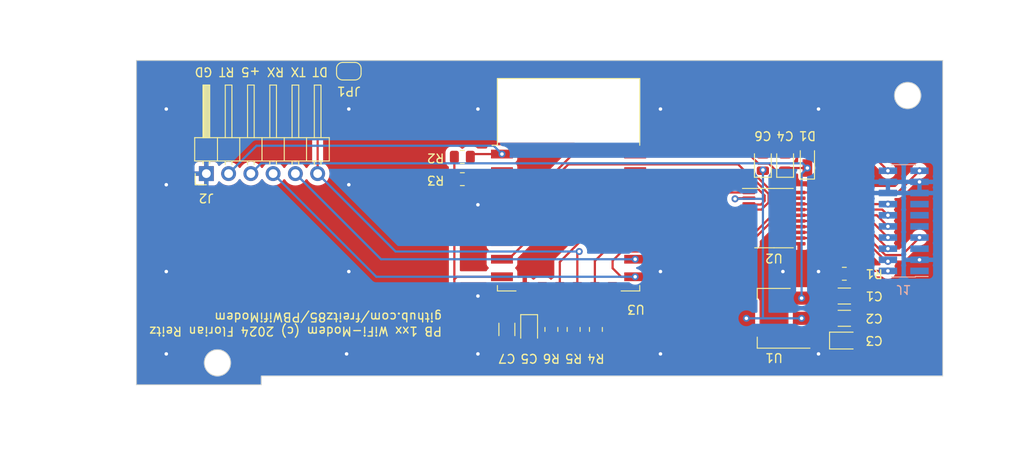
<source format=kicad_pcb>
(kicad_pcb (version 20221018) (generator pcbnew)
  (layers (0 "F.Cu" signal) (31 "B.Cu" signal) (34 "B.Paste" user) (35 "F.Paste" user) (36 "B.SilkS" user "B.Silkscreen") (37 "F.SilkS" user "F.Silkscreen") (38 "B.Mask" user) (39 "F.Mask" user) (44 "Edge.Cuts" user))
  (net 0 "")
  (net 1 "+5V")
  (net 2 "GND")
  (net 3 "+3.3V")
  (net 4 "MODEM.5V")
  (net 5 "MODEM.N5")
  (net 6 "MODEM.PWR")
  (net 7 "~{MODEM.BUSY}")
  (net 8 "US5V")
  (net 9 "RxD")
  (net 10 "~{RI.DETECT}")
  (net 11 "TxD")
  (net 12 "MODEM.SOUND")
  (net 13 "~{DTR}")
  (net 14 "MS.ENABLE")
  (net 15 "~{RTS}")
  (net 16 "RESET")
  (net 17 "~{CTS}")
  (net 18 "~{DCD}")
  (net 19 "~{RTS_PGM}")
  (net 20 "RxD_PGM")
  (net 21 "RxD_E")
  (net 22 "~{DTR_PGM}")
  (net 23 "Net-(U3-CH_PD)")
  (net 24 "OE")
  (net 25 "Net-(U3-GPIO15)")
  (net 26 "~{MODEM.BUSY_E}")
  (net 27 "~{RI.DETECT_E}")
  (net 28 "~{DCD_E}")
  (net 29 "~{CTS_E}")
  (net 30 "~{RTS_E}")
  (net 31 "~{DTR_E}")
  (footprint "Diode_SMD:D_0805_2012Metric" (layer "F.Cu") (at 162.23 102.145 90)
    (fp_text reference "C6" (at 3.053 0 180 unlocked) (layer "F.SilkS"))
    (fp_text value "100n")
    (fp_line (start -1.685 -0.96) (end -1.685 0.96) (stroke (width 0.12)) (layer "F.SilkS"))
    (fp_line (start -1.685 0.96) (end 1 0.96) (stroke (width 0.12)) (layer "F.SilkS"))
    (fp_line (start 1 -0.96) (end -1.685 -0.96) (stroke (width 0.12)) (layer "F.SilkS"))
    (pad "1" smd roundrect (at -0.9375 0 90) (size 0.975 1.4) (layers "F.Cu" "F.Paste" "F.Mask") (net 3 "+3.3V"))
    (pad "2" smd roundrect (at 0.9375 0 90) (size 0.975 1.4) (layers "F.Cu" "F.Paste" "F.Mask") (net 2 "GND"))
  )
  (footprint "Resistor_SMD:R_0805_2012Metric" (layer "F.Cu") (at 171.5245 114.84)
    (fp_text reference "R1" (at 3.4055 0 180 unlocked) (layer "F.SilkS"))
    (fp_text value "10k")
    (fp_line (start -0.227064 -0.735) (end 0.227064 -0.735) (stroke (width 0.12)) (layer "F.SilkS"))
    (fp_line (start -0.227064 0.735) (end 0.227064 0.735) (stroke (width 0.12)) (layer "F.SilkS"))
    (pad "1" smd roundrect (at -0.9125 0) (size 1.025 1.4) (layers "F.Cu" "F.Paste" "F.Mask") (roundrect_rratio 0.243902) (net 1 "+5V"))
    (pad "2" smd roundrect (at 0.9125 0) (size 1.025 1.4) (layers "F.Cu" "F.Paste" "F.Mask") (roundrect_rratio 0.243902) (net 6 "MODEM.PWR"))
  )
  (footprint "Resistor_SMD:R_0805_2012Metric" (layer "F.Cu") (at 143.18 121.19 90)
    (fp_text reference "R4" (at -3.302 0 180 unlocked) (layer "F.SilkS"))
    (fp_text value "100k")
    (fp_line (start -0.227064 -0.735) (end 0.227064 -0.735) (stroke (width 0.12)) (layer "F.SilkS"))
    (fp_line (start -0.227064 0.735) (end 0.227064 0.735) (stroke (width 0.12)) (layer "F.SilkS"))
    (pad "1" smd roundrect (at -0.9125 0 90) (size 1.025 1.4) (layers "F.Cu" "F.Paste" "F.Mask") (roundrect_rratio 0.243902) (net 2 "GND"))
    (pad "2" smd roundrect (at 0.9125 0 90) (size 1.025 1.4) (layers "F.Cu" "F.Paste" "F.Mask") (roundrect_rratio 0.243902) (net 24 "OE"))
  )
  (footprint "Resistor_SMD:R_0805_2012Metric" (layer "F.Cu") (at 138.1 121.19 -90)
    (fp_text reference "R6" (at 3.302 0 180 unlocked) (layer "F.SilkS"))
    (fp_text value "10k")
    (fp_line (start -0.227064 -0.735) (end 0.227064 -0.735) (stroke (width 0.12)) (layer "F.SilkS"))
    (fp_line (start -0.227064 0.735) (end 0.227064 0.735) (stroke (width 0.12)) (layer "F.SilkS"))
    (pad "1" smd roundrect (at -0.9125 0 270) (size 1.025 1.4) (layers "F.Cu" "F.Paste" "F.Mask") (roundrect_rratio 0.243902) (net 25 "Net-(U3-GPIO15)"))
    (pad "2" smd roundrect (at 0.9125 0 270) (size 1.025 1.4) (layers "F.Cu" "F.Paste" "F.Mask") (roundrect_rratio 0.243902) (net 2 "GND"))
  )
  (footprint "Diode_SMD:D_MicroSMP_AK" (layer "F.Cu") (at 167.31 101.895 90)
    (fp_text reference "D1" (at 2.803 0 180 unlocked) (layer "F.SilkS"))
    (fp_text value "SS1P3L" hide)
    (fp_line (start -2.14 -0.81) (end -2.14 0.81) (stroke (width 0.12)) (layer "F.SilkS"))
    (fp_line (start -2.14 -0.81) (end 1.1 -0.81) (stroke (width 0.12)) (layer "F.SilkS"))
    (fp_line (start -2.14 0.81) (end 1.1 0.81) (stroke (width 0.12)) (layer "F.SilkS"))
    (pad "1" smd rect (at -0.88 0 90) (size 2 1.1) (layers "F.Cu" "F.Paste" "F.Mask") (net 1 "+5V"))
    (pad "2" smd rect (at 1.02 0 90) (size 0.8 0.8) (layers "F.Cu" "F.Paste" "F.Mask") (net 4 "MODEM.5V"))
  )
  (footprint "Capacitor_SMD:C_1206_3216Metric" (layer "F.Cu") (at 171.5245 119.92)
    (fp_text reference "C2" (at 3.4055 0 180 unlocked) (layer "F.SilkS"))
    (fp_text value "10u")
    (fp_line (start -0.711252 -0.91) (end 0.711252 -0.91) (stroke (width 0.12)) (layer "F.SilkS"))
    (fp_line (start -0.711252 0.91) (end 0.711252 0.91) (stroke (width 0.12)) (layer "F.SilkS"))
    (pad "1" smd roundrect (at -1.475 0) (size 1.15 1.8) (layers "F.Cu" "F.Paste" "F.Mask") (roundrect_rratio 0.217391) (net 3 "+3.3V"))
    (pad "2" smd roundrect (at 1.475 0) (size 1.15 1.8) (layers "F.Cu" "F.Paste" "F.Mask") (roundrect_rratio 0.217391) (net 2 "GND"))
  )
  (footprint "Connector_PinHeader_2.54mm:PinHeader_1x06_P2.54mm_Horizontal" (layer "F.Cu") (at 98.73 103.41 90)
    (fp_text reference "J2" (at -2.794 0 180 unlocked) (layer "F.SilkS"))
    (fp_text value "Conn_01x06_Pin")
    (fp_line (start -1.27 -1.27) (end 0 -1.27) (stroke (width 0.12)) (layer "F.SilkS"))
    (fp_line (start -1.27 0) (end -1.27 -1.27) (stroke (width 0.12)) (layer "F.SilkS"))
    (fp_line (start 1.042929 2.16) (end 1.44 2.16) (stroke (width 0.12)) (layer "F.SilkS"))
    (fp_line (start 1.042929 2.92) (end 1.44 2.92) (stroke (width 0.12)) (layer "F.SilkS"))
    (fp_line (start 1.042929 4.7) (end 1.44 4.7) (stroke (width 0.12)) (layer "F.SilkS"))
    (fp_line (start 1.042929 5.46) (end 1.44 5.46) (stroke (width 0.12)) (layer "F.SilkS"))
    (fp_line (start 1.042929 7.24) (end 1.44 7.24) (stroke (width 0.12)) (layer "F.SilkS"))
    (fp_line (start 1.042929 8) (end 1.44 8) (stroke (width 0.12)) (layer "F.SilkS"))
    (fp_line (start 1.042929 9.78) (end 1.44 9.78) (stroke (width 0.12)) (layer "F.SilkS"))
    (fp_line (start 1.042929 10.54) (end 1.44 10.54) (stroke (width 0.12)) (layer "F.SilkS"))
    (fp_line (start 1.042929 12.32) (end 1.44 12.32) (stroke (width 0.12)) (layer "F.SilkS"))
    (fp_line (start 1.042929 13.08) (end 1.44 13.08) (stroke (width 0.12)) (layer "F.SilkS"))
    (fp_line (start 1.11 -0.38) (end 1.44 -0.38) (stroke (width 0.12)) (layer "F.SilkS"))
    (fp_line (start 1.11 0.38) (end 1.44 0.38) (stroke (width 0.12)) (layer "F.SilkS"))
    (fp_line (start 1.44 -1.33) (end 1.44 14.03) (stroke (width 0.12)) (layer "F.SilkS"))
    (fp_line (start 1.44 1.27) (end 4.1 1.27) (stroke (width 0.12)) (layer "F.SilkS"))
    (fp_line (start 1.44 3.81) (end 4.1 3.81) (stroke (width 0.12)) (layer "F.SilkS"))
    (fp_line (start 1.44 6.35) (end 4.1 6.35) (stroke (width 0.12)) (layer "F.SilkS"))
    (fp_line (start 1.44 8.89) (end 4.1 8.89) (stroke (width 0.12)) (layer "F.SilkS"))
    (fp_line (start 1.44 11.43) (end 4.1 11.43) (stroke (width 0.12)) (layer "F.SilkS"))
    (fp_line (start 1.44 14.03) (end 4.1 14.03) (stroke (width 0.12)) (layer "F.SilkS"))
    (fp_line (start 4.1 -1.33) (end 1.44 -1.33) (stroke (width 0.12)) (layer "F.SilkS"))
    (fp_line (start 4.1 -0.38) (end 10.1 -0.38) (stroke (width 0.12)) (layer "F.SilkS"))
    (fp_line (start 4.1 -0.32) (end 10.1 -0.32) (stroke (width 0.12)) (layer "F.SilkS"))
    (fp_line (start 4.1 -0.2) (end 10.1 -0.2) (stroke (width 0.12)) (layer "F.SilkS"))
    (fp_line (start 4.1 -0.08) (end 10.1 -0.08) (stroke (width 0.12)) (layer "F.SilkS"))
    (fp_line (start 4.1 0.04) (end 10.1 0.04) (stroke (width 0.12)) (layer "F.SilkS"))
    (fp_line (start 4.1 0.16) (end 10.1 0.16) (stroke (width 0.12)) (layer "F.SilkS"))
    (fp_line (start 4.1 0.28) (end 10.1 0.28) (stroke (width 0.12)) (layer "F.SilkS"))
    (fp_line (start 4.1 2.16) (end 10.1 2.16) (stroke (width 0.12)) (layer "F.SilkS"))
    (fp_line (start 4.1 4.7) (end 10.1 4.7) (stroke (width 0.12)) (layer "F.SilkS"))
    (fp_line (start 4.1 7.24) (end 10.1 7.24) (stroke (width 0.12)) (layer "F.SilkS"))
    (fp_line (start 4.1 9.78) (end 10.1 9.78) (stroke (width 0.12)) (layer "F.SilkS"))
    (fp_line (start 4.1 12.32) (end 10.1 12.32) (stroke (width 0.12)) (layer "F.SilkS"))
    (fp_line (start 4.1 14.03) (end 4.1 -1.33) (stroke (width 0.12)) (layer "F.SilkS"))
    (fp_line (start 10.1 -0.38) (end 10.1 0.38) (stroke (width 0.12)) (layer "F.SilkS"))
    (fp_line (start 10.1 0.38) (end 4.1 0.38) (stroke (width 0.12)) (layer "F.SilkS"))
    (fp_line (start 10.1 2.16) (end 10.1 2.92) (stroke (width 0.12)) (layer "F.SilkS"))
    (fp_line (start 10.1 2.92) (end 4.1 2.92) (stroke (width 0.12)) (layer "F.SilkS"))
    (fp_line (start 10.1 4.7) (end 10.1 5.46) (stroke (width 0.12)) (layer "F.SilkS"))
    (fp_line (start 10.1 5.46) (end 4.1 5.46) (stroke (width 0.12)) (layer "F.SilkS"))
    (fp_line (start 10.1 7.24) (end 10.1 8) (stroke (width 0.12)) (layer "F.SilkS"))
    (fp_line (start 10.1 8) (end 4.1 8) (stroke (width 0.12)) (layer "F.SilkS"))
    (fp_line (start 10.1 9.78) (end 10.1 10.54) (stroke (width 0.12)) (layer "F.SilkS"))
    (fp_line (start 10.1 10.54) (end 4.1 10.54) (stroke (width 0.12)) (layer "F.SilkS"))
    (fp_line (start 10.1 12.32) (end 10.1 13.08) (stroke (width 0.12)) (layer "F.SilkS"))
    (fp_line (start 10.1 13.08) (end 4.1 13.08) (stroke (width 0.12)) (layer "F.SilkS"))
    (pad "1" thru_hole rect (at 0 0 90) (size 1.7 1.7) (drill 1) (layers "*.Cu" "*.Mask") (net 2 "GND"))
    (pad "2" thru_hole oval (at 0 2.54 90) (size 1.7 1.7) (drill 1) (layers "*.Cu" "*.Mask") (net 19 "~{RTS_PGM}"))
    (pad "3" thru_hole oval (at 0 5.08 90) (size 1.7 1.7) (drill 1) (layers "*.Cu" "*.Mask") (net 1 "+5V"))
    (pad "4" thru_hole oval (at 0 7.62 90) (size 1.7 1.7) (drill 1) (layers "*.Cu" "*.Mask") (net 20 "RxD_PGM"))
    (pad "5" thru_hole oval (at 0 10.16 90) (size 1.7 1.7) (drill 1) (layers "*.Cu" "*.Mask") (net 21 "RxD_E"))
    (pad "6" thru_hole oval (at 0 12.7 90) (size 1.7 1.7) (drill 1) (layers "*.Cu" "*.Mask") (net 22 "~{DTR_PGM}"))
  )
  (footprint "Resistor_SMD:R_0805_2012Metric" (layer "F.Cu") (at 127.94 104.045)
    (fp_text reference "R3" (at -3.048 0.127 180 unlocked) (layer "F.SilkS"))
    (fp_text value "10k")
    (fp_line (start -0.227064 -0.735) (end 0.227064 -0.735) (stroke (width 0.12)) (layer "F.SilkS"))
    (fp_line (start -0.227064 0.735) (end 0.227064 0.735) (stroke (width 0.12)) (layer "F.SilkS"))
    (pad "1" smd roundrect (at -0.9125 0) (size 1.025 1.4) (layers "F.Cu" "F.Paste" "F.Mask") (roundrect_rratio 0.243902) (net 3 "+3.3V"))
    (pad "2" smd roundrect (at 0.9125 0) (size 1.025 1.4) (layers "F.Cu" "F.Paste" "F.Mask") (roundrect_rratio 0.243902) (net 23 "Net-(U3-CH_PD)"))
  )
  (footprint "Package_TO_SOT_SMD:SOT-223-3_TabPin2" (layer "F.Cu") (at 163.5 119.92 180)
    (fp_text reference "U1" (at 0 -4.5 180 unlocked) (layer "F.SilkS"))
    (fp_text value "LM1117MP-3.3")
    (fp_line (start -4.1 -3.41) (end 1.91 -3.41) (stroke (width 0.12)) (layer "F.SilkS"))
    (fp_line (start -1.85 3.41) (end 1.91 3.41) (stroke (width 0.12)) (layer "F.SilkS"))
    (fp_line (start 1.91 -3.41) (end 1.91 -2.15) (stroke (width 0.12)) (layer "F.SilkS"))
    (fp_line (start 1.91 3.41) (end 1.91 2.15) (stroke (width 0.12)) (layer "F.SilkS"))
    (pad "1" smd rect (at -3.15 -2.3 180) (size 2 1.5) (layers "F.Cu" "F.Paste" "F.Mask") (net 2 "GND"))
    (pad "2" smd rect (at -3.15 0 180) (size 2 1.5) (layers "F.Cu" "F.Paste" "F.Mask") (net 3 "+3.3V"))
    (pad "2" smd rect (at 3.15 0 180) (size 2 3.8) (layers "F.Cu" "F.Paste" "F.Mask") (net 3 "+3.3V"))
    (pad "3" smd rect (at -3.15 2.3 180) (size 2 1.5) (layers "F.Cu" "F.Paste" "F.Mask") (net 1 "+5V"))
  )
  (footprint "Jumper:SolderJumper-2_P1.3mm_Open_RoundedPad1.0x1.5mm" (layer "F.Cu") (at 114.986 91.726)
    (fp_text reference "JP1" (at 0 2.286 180 unlocked) (layer "F.SilkS"))
    (fp_text value "SolderJumper_2_Open")
    (fp_line (start -1.4 0.3) (end -1.4 -0.3) (stroke (width 0.12)) (layer "F.SilkS"))
    (fp_line (start -0.7 -1) (end 0.7 -1) (stroke (width 0.12)) (layer "F.SilkS"))
    (fp_line (start 0.7 1) (end -0.7 1) (stroke (width 0.12)) (layer "F.SilkS"))
    (fp_line (start 1.4 -0.3) (end 1.4 0.3) (stroke (width 0.12)) (layer "F.SilkS"))
    (fp_arc (start -1.4 -0.3) (mid -1.194975 -0.794975) (end -0.7 -1) (stroke (width 0.12)) (layer "F.SilkS"))
    (fp_arc (start -0.7 1) (mid -1.194975 0.794975) (end -1.4 0.3) (stroke (width 0.12)) (layer "F.SilkS"))
    (fp_arc (start 0.7 -1) (mid 1.194975 -0.794975) (end 1.4 -0.3) (stroke (width 0.12)) (layer "F.SilkS"))
    (fp_arc (start 1.4 0.3) (mid 1.194975 0.794975) (end 0.7 1) (stroke (width 0.12)) (layer "F.SilkS"))
    (pad "1" smd custom (at -0.65 0) (size 1 0.5) (layers "F.Cu" "F.Mask") (net 22 "~{DTR_PGM}") (options (clearance outline) (anchor rect)) (primitives (gr_circle (center 0 0.25) (end 0.5 0.25) (width 0) (fill yes)) (gr_circle (center 0 -0.25) (end 0.5 -0.25) (width 0) (fill yes)) (gr_poly (pts (xy 0.5 0.75) (xy 0 0.75) (xy 0 -0.75) (xy 0.5 -0.75)) (width 0) (fill yes))))
    (pad "2" smd custom (at 0.65 0) (size 1 0.5) (layers "F.Cu" "F.Mask") (net 2 "GND") (options (clearance outline) (anchor rect)) (primitives (gr_circle (center 0 0.25) (end 0.5 0.25) (width 0) (fill yes)) (gr_circle (center 0 -0.25) (end 0.5 -0.25) (width 0) (fill yes)) (gr_poly (pts (xy 0 0.75) (xy -0.5 0.75) (xy -0.5 -0.75) (xy 0 -0.75)) (width 0) (fill yes))))
  )
  (footprint "Capacitor_SMD:C_1206_3216Metric" (layer "F.Cu") (at 171.5245 117.38)
    (fp_text reference "C1" (at 3.4055 0 180 unlocked) (layer "F.SilkS"))
    (fp_text value "10u")
    (fp_line (start -0.711252 -0.91) (end 0.711252 -0.91) (stroke (width 0.12)) (layer "F.SilkS"))
    (fp_line (start -0.711252 0.91) (end 0.711252 0.91) (stroke (width 0.12)) (layer "F.SilkS"))
    (pad "1" smd roundrect (at -1.475 0) (size 1.15 1.8) (layers "F.Cu" "F.Paste" "F.Mask") (roundrect_rratio 0.217391) (net 1 "+5V"))
    (pad "2" smd roundrect (at 1.475 0) (size 1.15 1.8) (layers "F.Cu" "F.Paste" "F.Mask") (roundrect_rratio 0.217391) (net 2 "GND"))
  )
  (footprint "Diode_SMD:D_0805_2012Metric" (layer "F.Cu") (at 135.56 121.19 -90)
    (fp_text reference "C5" (at 3.302 0 180 unlocked) (layer "F.SilkS"))
    (fp_text value "100n")
    (fp_line (start -1.685 -0.96) (end -1.685 0.96) (stroke (width 0.12)) (layer "F.SilkS"))
    (fp_line (start -1.685 0.96) (end 1 0.96) (stroke (width 0.12)) (layer "F.SilkS"))
    (fp_line (start 1 -0.96) (end -1.685 -0.96) (stroke (width 0.12)) (layer "F.SilkS"))
    (pad "1" smd roundrect (at -0.9375 0 270) (size 0.975 1.4) (layers "F.Cu" "F.Paste" "F.Mask") (net 3 "+3.3V"))
    (pad "2" smd roundrect (at 0.9375 0 270) (size 0.975 1.4) (layers "F.Cu" "F.Paste" "F.Mask") (net 2 "GND"))
  )
  (footprint "Resistor_SMD:R_0805_2012Metric" (layer "F.Cu") (at 140.64 121.19 -90)
    (fp_text reference "R5" (at 3.302 0 180 unlocked) (layer "F.SilkS"))
    (fp_text value "10k")
    (fp_line (start -0.227064 -0.735) (end 0.227064 -0.735) (stroke (width 0.12)) (layer "F.SilkS"))
    (fp_line (start -0.227064 0.735) (end 0.227064 0.735) (stroke (width 0.12)) (layer "F.SilkS"))
    (pad "1" smd roundrect (at -0.9125 0 270) (size 1.025 1.4) (layers "F.Cu" "F.Paste" "F.Mask") (roundrect_rratio 0.243902) (net 22 "~{DTR_PGM}"))
    (pad "2" smd roundrect (at 0.9125 0 270) (size 1.025 1.4) (layers "F.Cu" "F.Paste" "F.Mask") (roundrect_rratio 0.243902) (net 3 "+3.3V"))
  )
  (footprint "Capacitor_SMD:C_1206_3216Metric" (layer "F.Cu") (at 133.02 121.19 -90)
    (fp_text reference "C7" (at 3.302 0 -180 unlocked) (layer "F.SilkS"))
    (fp_text value "10u")
    (fp_line (start -0.711252 -0.91) (end 0.711252 -0.91) (stroke (width 0.12)) (layer "F.SilkS"))
    (fp_line (start -0.711252 0.91) (end 0.711252 0.91) (stroke (width 0.12)) (layer "F.SilkS"))
    (pad "1" smd roundrect (at -1.475 0 270) (size 1.15 1.8) (layers "F.Cu" "F.Paste" "F.Mask") (roundrect_rratio 0.217391) (net 3 "+3.3V"))
    (pad "2" smd roundrect (at 1.475 0 270) (size 1.15 1.8) (layers "F.Cu" "F.Paste" "F.Mask") (roundrect_rratio 0.217391) (net 2 "GND"))
  )
  (footprint "Diode_SMD:D_0805_2012Metric" (layer "F.Cu") (at 164.77 102.145 90)
    (fp_text reference "C4" (at 3.053 0 180 unlocked) (layer "F.SilkS"))
    (fp_text value "100n")
    (fp_line (start -1.685 -0.96) (end -1.685 0.96) (stroke (width 0.12)) (layer "F.SilkS"))
    (fp_line (start -1.685 0.96) (end 1 0.96) (stroke (width 0.12)) (layer "F.SilkS"))
    (fp_line (start 1 -0.96) (end -1.685 -0.96) (stroke (width 0.12)) (layer "F.SilkS"))
    (pad "1" smd roundrect (at -0.9375 0 90) (size 0.975 1.4) (layers "F.Cu" "F.Paste" "F.Mask") (net 1 "+5V"))
    (pad "2" smd roundrect (at 0.9375 0 90) (size 0.975 1.4) (layers "F.Cu" "F.Paste" "F.Mask") (net 2 "GND"))
  )
  (footprint "Package_SO:TSSOP-20_4.4x6.5mm_P0.65mm" (layer "F.Cu") (at 163.5 108.49)
    (fp_text reference "U2" (at 0 4.572 180 unlocked) (layer "F.SilkS"))
    (fp_text value "TXS0108EPW")
    (fp_line (start 0 -3.385) (end -3.6 -3.385) (stroke (width 0.12)) (layer "F.SilkS"))
    (fp_line (start 0 -3.385) (end 2.2 -3.385) (stroke (width 0.12)) (layer "F.SilkS"))
    (fp_line (start 0 3.385) (end -2.2 3.385) (stroke (width 0.12)) (layer "F.SilkS"))
    (fp_line (start 0 3.385) (end 2.2 3.385) (stroke (width 0.12)) (layer "F.SilkS"))
    (pad "1" smd roundrect (at -2.8625 -2.925) (size 1.475 0.4) (layers "F.Cu" "F.Paste" "F.Mask") (net 28 "~{DCD_E}"))
    (pad "2" smd roundrect (at -2.8625 -2.275) (size 1.475 0.4) (layers "F.Cu" "F.Paste" "F.Mask") (net 3 "+3.3V"))
    (pad "3" smd roundrect (at -2.8625 -1.625) (size 1.475 0.4) (layers "F.Cu" "F.Paste" "F.Mask") (net 29 "~{CTS_E}"))
    (pad "4" smd roundrect (at -2.8625 -0.975) (size 1.475 0.4) (layers "F.Cu" "F.Paste" "F.Mask") (net 30 "~{RTS_E}"))
    (pad "5" smd roundrect (at -2.8625 -0.325) (size 1.475 0.4) (layers "F.Cu" "F.Paste" "F.Mask") (net 31 "~{DTR_E}"))
    (pad "6" smd roundrect (at -2.8625 0.325) (size 1.475 0.4) (layers "F.Cu" "F.Paste" "F.Mask") (net 20 "RxD_PGM"))
    (pad "7" smd roundrect (at -2.8625 0.975) (size 1.475 0.4) (layers "F.Cu" "F.Paste" "F.Mask") (net 21 "RxD_E"))
    (pad "8" smd roundrect (at -2.8625 1.625) (size 1.475 0.4) (layers "F.Cu" "F.Paste" "F.Mask") (net 27 "~{RI.DETECT_E}"))
    (pad "9" smd roundrect (at -2.8625 2.275) (size 1.475 0.4) (layers "F.Cu" "F.Paste" "F.Mask") (net 26 "~{MODEM.BUSY_E}"))
    (pad "10" smd roundrect (at -2.8625 2.925) (size 1.475 0.4) (layers "F.Cu" "F.Paste" "F.Mask") (net 24 "OE"))
    (pad "11" smd roundrect (at 2.8625 2.925) (size 1.475 0.4) (layers "F.Cu" "F.Paste" "F.Mask") (net 2 "GND"))
    (pad "12" smd roundrect (at 2.8625 2.275) (size 1.475 0.4) (layers "F.Cu" "F.Paste" "F.Mask") (net 7 "~{MODEM.BUSY}"))
    (pad "13" smd roundrect (at 2.8625 1.625) (size 1.475 0.4) (layers "F.Cu" "F.Paste" "F.Mask") (net 10 "~{RI.DETECT}"))
    (pad "14" smd roundrect (at 2.8625 0.975) (size 1.475 0.4) (layers "F.Cu" "F.Paste" "F.Mask") (net 9 "RxD"))
    (pad "15" smd roundrect (at 2.8625 0.325) (size 1.475 0.4) (layers "F.Cu" "F.Paste" "F.Mask") (net 11 "TxD"))
    (pad "16" smd roundrect (at 2.8625 -0.325) (size 1.475 0.4) (layers "F.Cu" "F.Paste" "F.Mask") (net 13 "~{DTR}"))
    (pad "17" smd roundrect (at 2.8625 -0.975) (size 1.475 0.4) (layers "F.Cu" "F.Paste" "F.Mask") (net 15 "~{RTS}"))
    (pad "18" smd roundrect (at 2.8625 -1.625) (size 1.475 0.4) (layers "F.Cu" "F.Paste" "F.Mask") (net 17 "~{CTS}"))
    (pad "19" smd roundrect (at 2.8625 -2.275) (size 1.475 0.4) (layers "F.Cu" "F.Paste" "F.Mask") (net 1 "+5V"))
    (pad "20" smd roundrect (at 2.8625 -2.925) (size 1.475 0.4) (layers "F.Cu" "F.Paste" "F.Mask") (net 18 "~{DCD}"))
  )
  (footprint "Resistor_SMD:R_0805_2012Metric" (layer "F.Cu") (at 127.94 101.505)
    (fp_text reference "R2" (at -3.048 0.127 180 unlocked) (layer "F.SilkS"))
    (fp_text value "10k")
    (fp_line (start -0.227064 -0.735) (end 0.227064 -0.735) (stroke (width 0.12)) (layer "F.SilkS"))
    (fp_line (start -0.227064 0.735) (end 0.227064 0.735) (stroke (width 0.12)) (layer "F.SilkS"))
    (pad "1" smd roundrect (at -0.9125 0) (size 1.025 1.4) (layers "F.Cu" "F.Paste" "F.Mask") (roundrect_rratio 0.243902) (net 3 "+3.3V"))
    (pad "2" smd roundrect (at 0.9125 0) (size 1.025 1.4) (layers "F.Cu" "F.Paste" "F.Mask") (roundrect_rratio 0.243902) (net 19 "~{RTS_PGM}"))
  )
  (footprint "Diode_SMD:D_0805_2012Metric" (layer "F.Cu") (at 171.5245 122.46)
    (fp_text reference "C3" (at 3.4055 0 180 unlocked) (layer "F.SilkS"))
    (fp_text value "100n")
    (fp_line (start -1.685 -0.96) (end -1.685 0.96) (stroke (width 0.12)) (layer "F.SilkS"))
    (fp_line (start -1.685 0.96) (end 1 0.96) (stroke (width 0.12)) (layer "F.SilkS"))
    (fp_line (start 1 -0.96) (end -1.685 -0.96) (stroke (width 0.12)) (layer "F.SilkS"))
    (pad "1" smd roundrect (at -0.9375 0) (size 0.975 1.4) (layers "F.Cu" "F.Paste" "F.Mask") (net 3 "+3.3V"))
    (pad "2" smd roundrect (at 0.9375 0) (size 0.975 1.4) (layers "F.Cu" "F.Paste" "F.Mask") (net 2 "GND"))
  )
  (footprint "RF_Module:ESP-12E" (layer "F.Cu") (at 140.06 104.68)
    (fp_text reference "U3" (at 7.692 14.224 180 unlocked) (layer "F.SilkS"))
    (fp_text value "ESP-12F")
    (fp_line (start -8.12 -12.12) (end 8.12 -12.12) (stroke (width 0.12)) (layer "F.SilkS"))
    (fp_line (start -8.12 -4.5) (end -8.73 -4.5) (stroke (width 0.12)) (layer "F.SilkS"))
    (fp_line (start -8.12 -4.5) (end -8.12 -12.12) (stroke (width 0.12)) (layer "F.SilkS"))
    (fp_line (start -8.12 12.12) (end -8.12 11.5) (stroke (width 0.12)) (layer "F.SilkS"))
    (fp_line (start -6 12.12) (end -8.12 12.12) (stroke (width 0.12)) (layer "F.SilkS"))
    (fp_line (start 8.12 -12.12) (end 8.12 -4.5) (stroke (width 0.12)) (layer "F.SilkS"))
    (fp_line (start 8.12 11.5) (end 8.12 12.12) (stroke (width 0.12)) (layer "F.SilkS"))
    (fp_line (start 8.12 12.12) (end 6 12.12) (stroke (width 0.12)) (layer "F.SilkS"))
    (pad "1" smd rect (at -7.6 -3.5) (size 2.5 1) (layers "F.Cu" "F.Paste" "F.Mask") (net 19 "~{RTS_PGM}"))
    (pad "2" smd rect (at -7.6 -1.5) (size 2.5 1) (layers "F.Cu" "F.Paste" "F.Mask"))
    (pad "3" smd rect (at -7.6 0.5) (size 2.5 1) (layers "F.Cu" "F.Paste" "F.Mask") (net 23 "Net-(U3-CH_PD)"))
    (pad "4" smd rect (at -7.6 2.5) (size 2.5 1) (layers "F.Cu" "F.Paste" "F.Mask") (net 26 "~{MODEM.BUSY_E}"))
    (pad "5" smd rect (at -7.6 4.5) (size 2.5 1) (layers "F.Cu" "F.Paste" "F.Mask") (net 27 "~{RI.DETECT_E}"))
    (pad "6" smd rect (at -7.6 6.5) (size 2.5 1) (layers "F.Cu" "F.Paste" "F.Mask") (net 30 "~{RTS_E}"))
    (pad "7" smd rect (at -7.6 8.5) (size 2.5 1) (layers "F.Cu" "F.Paste" "F.Mask") (net 29 "~{CTS_E}"))
    (pad "8" smd rect (at -7.6 10.5) (size 2.5 1) (layers "F.Cu" "F.Paste" "F.Mask") (net 3 "+3.3V"))
    (pad "9" smd rect (at -5 12) (size 1 1.8) (layers "F.Cu" "F.Paste" "F.Mask") (net 2 "GND"))
    (pad "10" smd rect (at -3 12) (size 1 1.8) (layers "F.Cu" "F.Paste" "F.Mask") (net 25 "Net-(U3-GPIO15)"))
    (pad "11" smd rect (at -1 12) (size 1 1.8) (layers "F.Cu" "F.Paste" "F.Mask") (net 28 "~{DCD_E}"))
    (pad "12" smd rect (at 1 12) (size 1 1.8) (layers "F.Cu" "F.Paste" "F.Mask") (net 22 "~{DTR_PGM}"))
    (pad "13" smd rect (at 3 12) (size 1 1.8) (layers "F.Cu" "F.Paste" "F.Mask") (net 31 "~{DTR_E}"))
    (pad "14" smd rect (at 5 12) (size 1 1.8) (layers "F.Cu" "F.Paste" "F.Mask") (net 24 "OE"))
    (pad "15" smd rect (at 7.6 10.5) (size 2.5 1) (layers "F.Cu" "F.Paste" "F.Mask") (net 20 "RxD_PGM"))
    (pad "16" smd rect (at 7.6 8.5) (size 2.5 1) (layers "F.Cu" "F.Paste" "F.Mask") (net 21 "RxD_E"))
    (pad "17" smd rect (at 7.6 6.5) (size 2.5 1) (layers "F.Cu" "F.Paste" "F.Mask"))
    (pad "18" smd rect (at 7.6 4.5) (size 2.5 1) (layers "F.Cu" "F.Paste" "F.Mask"))
    (pad "19" smd rect (at 7.6 2.5) (size 2.5 1) (layers "F.Cu" "F.Paste" "F.Mask"))
    (pad "20" smd rect (at 7.6 0.5) (size 2.5 1) (layers "F.Cu" "F.Paste" "F.Mask"))
    (pad "21" smd rect (at 7.6 -1.5) (size 2.5 1) (layers "F.Cu" "F.Paste" "F.Mask"))
    (pad "22" smd rect (at 7.6 -3.5) (size 2.5 1) (layers "F.Cu" "F.Paste" "F.Mask"))
    (zone (net 0) (net_name "") (layers "*.Cu") (connect_pads (clearance 0)) (min_thickness 0.254)
      (keepout (tracks not_allowed) (vias not_allowed) (pads not_allowed) (copperpour not_allowed) (footprints not_allowed))
      (fill (thermal_gap 0.508) (thermal_bridge_width 0.508))
      (polygon (pts (xy 131.94 99.88) (xy 148.18 99.88) (xy 148.18 92.56) (xy 131.94 92.56)))
    )
  )
  (footprint "Connector_PinSocket_1.27mm:PinSocket_2x10_P1.27mm_Vertical_SMD" (layer "B.Cu") (at 178.3 108.8)
    (fp_text reference "J1" (at 0 7.85 180 unlocked) (layer "B.SilkS") (effects (justify mirror)))
    (fp_text value "Conn_02x10_Odd_Even" hide)
    (fp_line (start -1.33 -6.41) (end 1.33 -6.41) (stroke (width 0.12)) (layer "B.SilkS"))
    (fp_line (start -1.33 -6.35) (end -1.33 -6.41) (stroke (width 0.12)) (layer "B.SilkS"))
    (fp_line (start -1.33 6.41) (end -1.33 6.35) (stroke (width 0.12)) (layer "B.SilkS"))
    (fp_line (start -1.33 6.41) (end 1.33 6.41) (stroke (width 0.12)) (layer "B.SilkS"))
    (fp_line (start 1.33 -6.35) (end 1.33 -6.41) (stroke (width 0.12)) (layer "B.SilkS"))
    (fp_line (start 1.33 6.35) (end 2.79 6.35) (stroke (width 0.12)) (layer "B.SilkS"))
    (fp_line (start 1.33 6.41) (end 1.33 6.35) (stroke (width 0.12)) (layer "B.SilkS"))
    (pad "1" smd rect (at 1.8 5.715) (size 2.1 0.75) (layers "B.Cu" "B.Paste" "B.Mask") (net 5 "MODEM.N5"))
    (pad "2" smd rect (at -1.8 5.715) (size 2.1 0.75) (layers "B.Cu" "B.Paste" "B.Mask") (net 6 "MODEM.PWR"))
    (pad "3" smd rect (at 1.8 4.445) (size 2.1 0.75) (layers "B.Cu" "B.Paste" "B.Mask") (net 2 "GND"))
    (pad "4" smd rect (at -1.8 4.445) (size 2.1 0.75) (layers "B.Cu" "B.Paste" "B.Mask") (net 7 "~{MODEM.BUSY}"))
    (pad "5" smd rect (at 1.8 3.175) (size 2.1 0.75) (layers "B.Cu" "B.Paste" "B.Mask") (net 8 "US5V"))
    (pad "6" smd rect (at -1.8 3.175) (size 2.1 0.75) (layers "B.Cu" "B.Paste" "B.Mask") (net 9 "RxD"))
    (pad "7" smd rect (at 1.8 1.905) (size 2.1 0.75) (layers "B.Cu" "B.Paste" "B.Mask") (net 10 "~{RI.DETECT}"))
    (pad "8" smd rect (at -1.8 1.905) (size 2.1 0.75) (layers "B.Cu" "B.Paste" "B.Mask") (net 11 "TxD"))
    (pad "9" smd rect (at 1.8 0.635) (size 2.1 0.75) (layers "B.Cu" "B.Paste" "B.Mask") (net 12 "MODEM.SOUND"))
    (pad "10" smd rect (at -1.8 0.635) (size 2.1 0.75) (layers "B.Cu" "B.Paste" "B.Mask") (net 13 "~{DTR}"))
    (pad "11" smd rect (at 1.8 -0.635) (size 2.1 0.75) (layers "B.Cu" "B.Paste" "B.Mask") (net 14 "MS.ENABLE"))
    (pad "12" smd rect (at -1.8 -0.635) (size 2.1 0.75) (layers "B.Cu" "B.Paste" "B.Mask") (net 15 "~{RTS}"))
    (pad "13" smd rect (at 1.8 -1.905) (size 2.1 0.75) (layers "B.Cu" "B.Paste" "B.Mask") (net 16 "RESET"))
    (pad "14" smd rect (at -1.8 -1.905) (size 2.1 0.75) (layers "B.Cu" "B.Paste" "B.Mask") (net 17 "~{CTS}"))
    (pad "15" smd rect (at 1.8 -3.175) (size 2.1 0.75) (layers "B.Cu" "B.Paste" "B.Mask") (net 2 "GND"))
    (pad "16" smd rect (at -1.8 -3.175) (size 2.1 0.75) (layers "B.Cu" "B.Paste" "B.Mask") (net 2 "GND"))
    (pad "17" smd rect (at 1.8 -4.445) (size 2.1 0.75) (layers "B.Cu" "B.Paste" "B.Mask") (net 2 "GND"))
    (pad "18" smd rect (at -1.8 -4.445) (size 2.1 0.75) (layers "B.Cu" "B.Paste" "B.Mask") (net 2 "GND"))
    (pad "19" smd rect (at 1.8 -5.715) (size 2.1 0.75) (layers "B.Cu" "B.Paste" "B.Mask") (net 18 "~{DCD}"))
    (pad "20" smd rect (at -1.8 -5.715) (size 2.1 0.75) (layers "B.Cu" "B.Paste" "B.Mask") (net 4 "MODEM.5V"))
  )
  (gr_line (start 90.75 90.5) (end 182.75 90.5) (stroke (width 0.1)) (layer "Edge.Cuts"))
  (gr_circle (center 100 125) (end 100 126.5) (stroke (width 0.1)) (fill none) (layer "Edge.Cuts"))
  (gr_line (start 182.75 90.5) (end 182.75 126.5) (stroke (width 0.1)) (layer "Edge.Cuts"))
  (gr_line (start 90.75 127.5) (end 90.75 90.5) (stroke (width 0.1)) (layer "Edge.Cuts"))
  (gr_line (start 90.75 127.5) (end 105 127.5) (stroke (width 0.1)) (layer "Edge.Cuts"))
  (gr_line (start 105 127.5) (end 105 126.5) (stroke (width 0.1)) (layer "Edge.Cuts"))
  (gr_line (start 105 126.5) (end 182.75 126.5) (stroke (width 0.1)) (layer "Edge.Cuts"))
  (gr_circle (center 178.75 94.5) (end 178.75 96) (stroke (width 0.1)) (fill none) (layer "Edge.Cuts"))
  (gr_text "V1.0" (at 95.174 91.472 180) (layer "F.Cu") (effects (font (size 1 1)) (justify left bottom)))
  (gr_text "PB 1xx WiFi-Modem (c) 2024 Florian Reitz\ngithub.com/freitz85/PBWifiModem" (at 125.7 119.2 180) (layer "F.SilkS") (effects (font (size 1 1)) (justify left bottom)))
  (gr_text "DT TX RX +5 RT GD" (at 112.7 91.218 180) (layer "F.SilkS") (effects (font (size 1 1)) (justify left bottom)))
  (segment (start 166.65 117.62) (end 169.8095 117.62) (width 0.25) (layer "F.Cu") (net 1))
  (segment (start 164.77 105.311041) (end 165.673959 106.215) (width 0.25) (layer "F.Cu") (net 1))
  (segment (start 170.6445 114.8075) (end 170.612 114.84) (width 0.25) (layer "F.Cu") (net 1))
  (segment (start 164.77 103.0825) (end 165.0775 102.775) (width 0.25) (layer "F.Cu") (net 1))
  (segment (start 164.77 103.0825) (end 164.77 105.311041) (width 0.25) (layer "F.Cu") (net 1))
  (segment (start 169.8095 117.62) (end 170.0495 117.38) (width 0.25) (layer "F.Cu") (net 1))
  (segment (start 165.673959 106.215) (end 166.3625 106.215) (width 0.25) (layer "F.Cu") (net 1))
  (segment (start 170.0495 115.4025) (end 170.612 114.84) (width 0.25) (layer "F.Cu") (net 1))
  (segment (start 170.0495 117.38) (end 170.0495 115.4025) (width 0.25) (layer "F.Cu") (net 1))
  (segment (start 165.0775 102.775) (end 167.31 102.775) (width 0.25) (layer "F.Cu") (net 1))
  (via (at 166.65 117.62) (size 0.8) (drill 0.4) (layers "F.Cu" "B.Cu") (net 1))
  (via (at 167.31 102.775) (size 0.8) (drill 0.4) (layers "F.Cu" "B.Cu") (net 1))
  (segment (start 104.985 102.235) (end 103.81 103.41) (width 0.25) (layer "B.Cu") (net 1))
  (segment (start 167.31 102.775) (end 166.77 102.235) (width 0.25) (layer "B.Cu") (net 1))
  (segment (start 166.65 103.435) (end 167.31 102.775) (width 0.25) (layer "B.Cu") (net 1))
  (segment (start 166.77 102.235) (end 104.985 102.235) (width 0.25) (layer "B.Cu") (net 1))
  (segment (start 166.65 117.62) (end 166.65 103.435) (width 0.25) (layer "B.Cu") (net 1))
  (via (at 94.158 123.984) (size 0.8) (drill 0.4) (layers "F.Cu" "B.Cu") (net 2))
  (via (at 114.732 123.984) (size 0.8) (drill 0.4) (layers "F.Cu" "B.Cu") (net 2))
  (via (at 129.718 117.38) (size 0.8) (drill 0.4) (layers "F.Cu" "B.Cu") (net 2))
  (via (at 129.718 106.966) (size 0.8) (drill 0.4) (layers "F.Cu" "B.Cu") (net 2))
  (via (at 129.718 123.984) (size 0.8) (drill 0.4) (layers "F.Cu" "B.Cu") (net 2))
  (via (at 114.986 104.68) (size 0.8) (drill 0.4) (layers "F.Cu" "B.Cu") (net 2))
  (via (at 150.546 123.984) (size 0.8) (drill 0.4) (layers "F.Cu" "B.Cu") (net 2))
  (via (at 180.1 104.355) (size 0.8) (drill 0.4) (layers "F.Cu" "B.Cu") (net 2))
  (via (at 129.718 96.044) (size 0.8) (drill 0.4) (layers "F.Cu" "B.Cu") (net 2))
  (via (at 94.158 114.586) (size 0.8) (drill 0.4) (layers "F.Cu" "B.Cu") (net 2))
  (via (at 168.58 123.984) (size 0.8) (drill 0.4) (layers "F.Cu" "B.Cu") (net 2))
  (via (at 168.58 114.586) (size 0.8) (drill 0.4) (layers "F.Cu" "B.Cu") (net 2))
  (via (at 150.546 114.586) (size 0.8) (drill 0.4) (layers "F.Cu" "B.Cu") (net 2))
  (via (at 114.986 114.586) (size 0.8) (drill 0.4) (layers "F.Cu" "B.Cu") (net 2))
  (via (at 180.1 113.245) (size 0.8) (drill 0.4) (layers "F.Cu" "B.Cu") (net 2))
  (via (at 150.546 96.044) (size 0.8) (drill 0.4) (layers "F.Cu" "B.Cu") (net 2))
  (via (at 114.986 96.044) (size 0.8) (drill 0.4) (layers "F.Cu" "B.Cu") (net 2))
  (via (at 164.516 114.586) (size 0.8) (drill 0.4) (layers "F.Cu" "B.Cu") (net 2))
  (via (at 168.58 96.044) (size 0.8) (drill 0.4) (layers "F.Cu" "B.Cu") (net 2))
  (via (at 94.158 96.044) (size 0.8) (drill 0.4) (layers "F.Cu" "B.Cu") (net 2))
  (via (at 94.158 104.68) (size 0.8) (drill 0.4) (layers "F.Cu" "B.Cu") (net 2))
  (segment (start 162.23 103.0825) (end 162.23 103.001799) (width 0.25) (layer "F.Cu") (net 3))
  (segment (start 135.0225 119.715) (end 133.02 119.715) (width 0.25) (layer "F.Cu") (net 3))
  (segment (start 170.587 120.4575) (end 170.0495 119.92) (width 0.25) (layer "F.Cu") (net 3))
  (segment (start 128.37 119.715) (end 127.0275 118.3725) (width 0.25) (layer "F.Cu") (net 3))
  (segment (start 170.587 122.46) (end 170.587 120.4575) (width 0.25) (layer "F.Cu") (net 3))
  (segment (start 127.0275 104.045) (end 127.0275 115.475) (width 0.25) (layer "F.Cu") (net 3))
  (segment (start 140.64 122.1025) (end 141.6275 121.115) (width 0.25) (layer "F.Cu") (net 3))
  (segment (start 159.1295 106.215) (end 159.055 106.2895) (width 0.25) (layer "F.Cu") (net 3))
  (segment (start 127.3225 115.18) (end 127.0275 115.475) (width 0.25) (layer "F.Cu") (net 3))
  (segment (start 127.0275 101.505) (end 127.0275 104.045) (width 0.25) (layer "F.Cu") (net 3))
  (segment (start 140.64 122.1025) (end 139.7275 121.19) (width 0.25) (layer "F.Cu") (net 3))
  (segment (start 133.02 119.715) (end 128.37 119.715) (width 0.25) (layer "F.Cu") (net 3))
  (segment (start 132.46 115.18) (end 127.3225 115.18) (width 0.25) (layer "F.Cu") (net 3))
  (segment (start 139.7275 121.19) (end 136.4975 121.19) (width 0.25) (layer "F.Cu") (net 3))
  (segment (start 136.4975 121.19) (end 135.56 120.2525) (width 0.25) (layer "F.Cu") (net 3))
  (segment (start 141.6275 121.115) (end 159.155 121.115) (width 0.25) (layer "F.Cu") (net 3))
  (segment (start 162.23 103.001799) (end 162.237299 102.9945) (width 0.25) (layer "F.Cu") (net 3))
  (segment (start 166.65 119.92) (end 170.0495 119.92) (width 0.25) (layer "F.Cu") (net 3))
  (segment (start 159.155 121.115) (end 160.35 119.92) (width 0.25) (layer "F.Cu") (net 3))
  (segment (start 127.0275 115.475) (end 127.0275 118.3725) (width 0.25) (layer "F.Cu") (net 3))
  (segment (start 160.6375 106.215) (end 159.1295 106.215) (width 0.25) (layer "F.Cu") (net 3))
  (segment (start 135.56 120.2525) (end 135.0225 119.715) (width 0.25) (layer "F.Cu") (net 3))
  (via (at 166.65 119.92) (size 0.8) (drill 0.4) (layers "F.Cu" "B.Cu") (net 3))
  (via (at 162.237299 102.9945) (size 0.8) (drill 0.4) (layers "F.Cu" "B.Cu") (net 3))
  (via (at 160.35 119.92) (size 0.8) (drill 0.4) (layers "F.Cu" "B.Cu") (net 3))
  (via (at 159.055 106.2895) (size 0.8) (drill 0.4) (layers "F.Cu" "B.Cu") (net 3))
  (segment (start 159.055 106.2895) (end 162.237299 106.2895) (width 0.25) (layer "B.Cu") (net 3))
  (segment (start 162.237299 102.9945) (end 162.237299 105.95) (width 0.25) (layer "B.Cu") (net 3))
  (segment (start 166.65 119.92) (end 160.35 119.92) (width 0.25) (layer "B.Cu") (net 3))
  (segment (start 162.237299 105.95) (end 162.237299 119.92) (width 0.25) (layer "B.Cu") (net 3))
  (segment (start 167.31 100.875) (end 174.29 100.875) (width 0.25) (layer "F.Cu") (net 4))
  (segment (start 174.29 100.875) (end 176.5 103.085) (width 0.25) (layer "F.Cu") (net 4))
  (via (at 176.5 103.085) (size 0.8) (drill 0.4) (layers "F.Cu" "B.Cu") (net 4))
  (segment (start 172.762 114.515) (end 176.5 114.515) (width 0.25) (layer "F.Cu") (net 6))
  (segment (start 172.437 114.84) (end 172.7992 114.4778) (width 0.25) (layer "F.Cu") (net 6))
  (segment (start 172.437 114.84) (end 172.762 114.515) (width 0.25) (layer "F.Cu") (net 6))
  (via (at 176.5 114.515) (size 0.8) (drill 0.4) (layers "F.Cu" "B.Cu") (net 6))
  (segment (start 166.3625 110.765) (end 173.628299 110.765) (width 0.25) (layer "F.Cu") (net 7))
  (segment (start 173.628299 110.765) (end 176.287799 113.4245) (width 0.25) (layer "F.Cu") (net 7))
  (segment (start 176.287799 113.4245) (end 176.5 113.4245) (width 0.25) (layer "F.Cu") (net 7))
  (via (at 176.5 113.4245) (size 0.8) (drill 0.4) (layers "F.Cu" "B.Cu") (net 7))
  (segment (start 166.3625 109.465) (end 173.99 109.465) (width 0.25) (layer "F.Cu") (net 9))
  (segment (start 173.99 109.465) (end 176.5 111.975) (width 0.25) (layer "F.Cu") (net 9))
  (via (at 176.5 111.975) (size 0.8) (drill 0.4) (layers "F.Cu" "B.Cu") (net 9))
  (segment (start 166.3625 110.115) (end 173.614695 110.115) (width 0.25) (layer "F.Cu") (net 10))
  (segment (start 176.199695 112.7) (end 178.105 112.7) (width 0.25) (layer "F.Cu") (net 10))
  (segment (start 173.614695 110.115) (end 176.199695 112.7) (width 0.25) (layer "F.Cu") (net 10))
  (segment (start 178.105 112.7) (end 180.1 110.705) (width 0.25) (layer "F.Cu") (net 10))
  (via (at 180.1 110.705) (size 0.8) (drill 0.4) (layers "F.Cu" "B.Cu") (net 10))
  (segment (start 166.3625 108.815) (end 174.61 108.815) (width 0.25) (layer "F.Cu") (net 11))
  (segment (start 174.61 108.815) (end 176.5 110.705) (width 0.25) (layer "F.Cu") (net 11))
  (via (at 176.5 110.705) (size 0.8) (drill 0.4) (layers "F.Cu" "B.Cu") (net 11))
  (segment (start 175.23 108.165) (end 176.5 109.435) (width 0.25) (layer "F.Cu") (net 13))
  (segment (start 166.3625 108.165) (end 175.23 108.165) (width 0.25) (layer "F.Cu") (net 13))
  (via (at 176.5 109.435) (size 0.8) (drill 0.4) (layers "F.Cu" "B.Cu") (net 13))
  (segment (start 166.3625 107.515) (end 175.85 107.515) (width 0.25) (layer "F.Cu") (net 15))
  (segment (start 175.85 107.515) (end 176.5 108.165) (width 0.25) (layer "F.Cu") (net 15))
  (via (at 176.5 108.165) (size 0.8) (drill 0.4) (layers "F.Cu" "B.Cu") (net 15))
  (segment (start 166.3697 106.8578) (end 166.3625 106.865) (width 0.25) (layer "F.Cu") (net 17))
  (segment (start 166.3625 106.865) (end 166.3925 106.895) (width 0.25) (layer "F.Cu") (net 17))
  (segment (start 166.3925 106.895) (end 176.5 106.895) (width 0.25) (layer "F.Cu") (net 17))
  (via (at 176.5 106.895) (size 0.8) (drill 0.4) (layers "F.Cu" "B.Cu") (net 17))
  (segment (start 166.3625 105.565) (end 177.62 105.565) (width 0.25) (layer "F.Cu") (net 18))
  (segment (start 177.62 105.565) (end 180.1 103.085) (width 0.25) (layer "F.Cu") (net 18))
  (via (at 180.1 103.085) (size 0.8) (drill 0.4) (layers "F.Cu" "B.Cu") (net 18))
  (segment (start 128.8525 101.505) (end 129.1775 101.18) (width 0.25) (layer "F.Cu") (net 19))
  (segment (start 129.1775 101.18) (end 132.46 101.18) (width 0.25) (layer "F.Cu") (net 19))
  (segment (start 128.575 101.2275) (end 128.8525 101.505) (width 0.25) (layer "F.Cu") (net 19))
  (via (at 132.46 101.18) (size 0.8) (drill 0.4) (layers "F.Cu" "B.Cu") (net 19))
  (segment (start 104.445 100.235) (end 131.515 100.235) (width 0.25) (layer "B.Cu") (net 19))
  (segment (start 131.515 100.235) (end 132.46 101.18) (width 0.25) (layer "B.Cu") (net 19))
  (segment (start 101.27 103.41) (end 104.445 100.235) (width 0.25) (layer "B.Cu") (net 19))
  (segment (start 147.66 115.18) (end 146.06 115.18) (width 0.25) (layer "F.Cu") (net 20))
  (segment (start 146.14 112.3) (end 156.463959 112.3) (width 0.25) (layer "F.Cu") (net 20))
  (segment (start 146.14 112.3) (end 145.085 113.355) (width 0.25) (layer "F.Cu") (net 20))
  (segment (start 146.06 115.18) (end 145.085 114.205) (width 0.25) (layer "F.Cu") (net 20))
  (segment (start 145.085 114.205) (end 145.085 113.355) (width 0.25) (layer "F.Cu") (net 20))
  (segment (start 156.463959 112.3) (end 159.948959 108.815) (width 0.25) (layer "F.Cu") (net 20))
  (segment (start 147.66 115.18) (end 148.41 115.18) (width 0.25) (layer "F.Cu") (net 20))
  (segment (start 159.948959 108.815) (end 160.6375 108.815) (width 0.25) (layer "F.Cu") (net 20))
  (via (at 147.66 115.18) (size 0.8) (drill 0.4) (layers "F.Cu" "B.Cu") (net 20))
  (segment (start 118.12 115.18) (end 147.66 115.18) (width 0.25) (layer "B.Cu") (net 20))
  (segment (start 106.35 103.41) (end 118.12 115.18) (width 0.25) (layer "B.Cu") (net 20))
  (segment (start 147.66 113.18) (end 156.233959 113.18) (width 0.25) (layer "F.Cu") (net 21))
  (segment (start 156.233959 113.18) (end 159.948959 109.465) (width 0.25) (layer "F.Cu") (net 21))
  (segment (start 159.948959 109.465) (end 160.6375 109.465) (width 0.25) (layer "F.Cu") (net 21))
  (via (at 147.66 113.18) (size 0.8) (drill 0.4) (layers "F.Cu" "B.Cu") (net 21))
  (segment (start 118.66 113.18) (end 147.66 113.18) (width 0.25) (layer "B.Cu") (net 21))
  (segment (start 108.89 103.41) (end 118.66 113.18) (width 0.25) (layer "B.Cu") (net 21))
  (segment (start 111.43 103.41) (end 111.43 94.632) (width 0.25) (layer "F.Cu") (net 22))
  (segment (start 141.06 116.68) (end 140.64 117.1) (width 0.25) (layer "F.Cu") (net 22))
  (segment (start 141.06 116.68) (end 141.06 112.515) (width 0.25) (layer "F.Cu") (net 22))
  (segment (start 140.64 117.1) (end 140.64 120.2775) (width 0.25) (layer "F.Cu") (net 22))
  (segment (start 141.06 112.515) (end 141.275 112.3) (width 0.25) (layer "F.Cu") (net 22))
  (segment (start 111.43 94.632) (end 114.336 91.726) (width 0.25) (layer "F.Cu") (net 22))
  (via (at 141.275 112.3) (size 0.8) (drill 0.4) (layers "F.Cu" "B.Cu") (net 22))
  (segment (start 111.43 103.41) (end 120.32 112.3) (width 0.25) (layer "B.Cu") (net 22))
  (segment (start 120.32 112.3) (end 141.275 112.3) (width 0.25) (layer "B.Cu") (net 22))
  (segment (start 129.9875 105.18) (end 132.46 105.18) (width 0.25) (layer "F.Cu") (net 23))
  (segment (start 128.8525 104.045) (end 129.9875 105.18) (width 0.25) (layer "F.Cu") (net 23))
  (segment (start 143.18 120.2775) (end 145.06 118.3975) (width 0.25) (layer "F.Cu") (net 24))
  (segment (start 145.06 118.3975) (end 145.06 116.68) (width 0.25) (layer "F.Cu") (net 24))
  (segment (start 145.06 116.68) (end 155.3725 116.68) (width 0.25) (layer "F.Cu") (net 24))
  (segment (start 155.3725 116.68) (end 160.6375 111.415) (width 0.25) (layer "F.Cu") (net 24))
  (segment (start 138.1 118.65) (end 138.1 120.2775) (width 0.25) (layer "F.Cu") (net 25))
  (segment (start 137.06 117.61) (end 138.1 118.65) (width 0.25) (layer "F.Cu") (net 25))
  (segment (start 137.06 116.68) (end 137.06 117.61) (width 0.25) (layer "F.Cu") (net 25))
  (segment (start 163.745 104.925) (end 163.95 105.13) (width 0.25) (layer "F.Cu") (net 26))
  (segment (start 163.95 105.13) (end 163.95 108.141041) (width 0.25) (layer "F.Cu") (net 26))
  (segment (start 163.95 108.141041) (end 161.326041 110.765) (width 0.25) (layer "F.Cu") (net 26))
  (segment (start 161.326041 110.765) (end 160.6375 110.765) (width 0.25) (layer "F.Cu") (net 26))
  (segment (start 163.745 103.093166) (end 163.745 104.925) (width 0.25) (layer "F.Cu") (net 26))
  (segment (start 141.398604 100.355) (end 159.81 100.355) (width 0.25) (layer "F.Cu") (net 26))
  (segment (start 162.921834 102.27) (end 163.745 103.093166) (width 0.25) (layer "F.Cu") (net 26))
  (segment (start 132.46 107.18) (end 134.573604 107.18) (width 0.25) (layer "F.Cu") (net 26))
  (segment (start 134.573604 107.18) (end 141.398604 100.355) (width 0.25) (layer "F.Cu") (net 26))
  (segment (start 159.81 100.355) (end 161.725 102.27) (width 0.25) (layer "F.Cu") (net 26))
  (segment (start 161.725 102.27) (end 162.921834 102.27) (width 0.25) (layer "F.Cu") (net 26))
  (segment (start 140.035 102.355) (end 133.21 109.18) (width 0.25) (layer "F.Cu") (net 27))
  (segment (start 160.96 103.905) (end 159.41 102.355) (width 0.25) (layer "F.Cu") (net 27))
  (segment (start 161.694654 103.905) (end 163.5 105.710346) (width 0.25) (layer "F.Cu") (net 27))
  (segment (start 133.21 109.18) (end 132.46 109.18) (width 0.25) (layer "F.Cu") (net 27))
  (segment (start 163.5 107.954645) (end 161.339645 110.115) (width 0.25) (layer "F.Cu") (net 27))
  (segment (start 160.96 103.905) (end 161.694654 103.905) (width 0.25) (layer "F.Cu") (net 27))
  (segment (start 159.41 102.355) (end 140.035 102.355) (width 0.25) (layer "F.Cu") (net 27))
  (segment (start 163.5 105.710346) (end 163.5 107.954645) (width 0.25) (layer "F.Cu") (net 27))
  (segment (start 161.339645 110.115) (end 160.6375 110.115) (width 0.25) (layer "F.Cu") (net 27))
  (segment (start 139.06 113.489695) (end 144.544695 108.005) (width 0.25) (layer "F.Cu") (net 28))
  (segment (start 158.346396 105.565) (end 158.190698 105.720698) (width 0.25) (layer "F.Cu") (net 28))
  (segment (start 139.06 116.68) (end 139.06 113.489695) (width 0.25) (layer "F.Cu") (net 28))
  (segment (start 160.6375 105.565) (end 158.346396 105.565) (width 0.25) (layer "F.Cu") (net 28))
  (segment (start 155.906396 108.005) (end 144.544695 108.005) (width 0.25) (layer "F.Cu") (net 28))
  (segment (start 158.190698 105.720698) (end 155.906396 108.005) (width 0.25) (layer "F.Cu") (net 28))
  (segment (start 162.431842 106.51559) (end 162.431842 105.91498) (width 0.25) (layer "F.Cu") (net 29))
  (segment (start 162.431842 105.91498) (end 161.556862 105.04) (width 0.25) (layer "F.Cu") (net 29))
  (segment (start 132.46 113.18) (end 133.21 113.18) (width 0.25) (layer "F.Cu") (net 29))
  (segment (start 158.235 105.04) (end 156.92 106.355) (width 0.25) (layer "F.Cu") (net 29))
  (segment (start 162.007147 106.940285) (end 162.431842 106.51559) (width 0.25) (layer "F.Cu") (net 29))
  (segment (start 140.035 106.355) (end 156.92 106.355) (width 0.25) (layer "F.Cu") (net 29))
  (segment (start 161.556862 105.04) (end 158.235 105.04) (width 0.25) (layer "F.Cu") (net 29))
  (segment (start 160.712785 106.940285) (end 162.007147 106.940285) (width 0.25) (layer "F.Cu") (net 29))
  (segment (start 133.21 113.18) (end 140.035 106.355) (width 0.25) (layer "F.Cu") (net 29))
  (segment (start 160.6375 106.865) (end 160.712785 106.940285) (width 0.25) (layer "F.Cu") (net 29))
  (segment (start 162.881842 106.701986) (end 162.068828 107.515) (width 0.25) (layer "F.Cu") (net 30))
  (segment (start 162.068828 107.515) (end 160.6375 107.515) (width 0.25) (layer "F.Cu") (net 30))
  (segment (start 161.508258 104.355) (end 162.881842 105.728584) (width 0.25) (layer "F.Cu") (net 30))
  (segment (start 162.881842 105.728584) (end 162.881842 106.701986) (width 0.25) (layer "F.Cu") (net 30))
  (segment (start 140.035 104.355) (end 161.508258 104.355) (width 0.25) (layer "F.Cu") (net 30))
  (segment (start 132.46 111.18) (end 133.21 111.18) (width 0.25) (layer "F.Cu") (net 30))
  (segment (start 133.21 111.18) (end 140.035 104.355) (width 0.25) (layer "F.Cu") (net 30))
  (segment (start 157.540001 110.005) (end 159.380001 108.165) (width 0.25) (layer "F.Cu") (net 31))
  (segment (start 159.380001 108.165) (end 160.6375 108.165) (width 0.25) (layer "F.Cu") (net 31))
  (segment (start 143.06 113.38) (end 146.435 110.005) (width 0.25) (layer "F.Cu") (net 31))
  (segment (start 146.435 110.005) (end 157.540001 110.005) (width 0.25) (layer "F.Cu") (net 31))
  (segment (start 143.06 116.68) (end 143.06 113.38) (width 0.25) (layer "F.Cu") (net 31))
  (zone (net 2) (net_name "GND") (layer "F.Cu") (connect_pads (clearance 0.5)) (min_thickness 0.25) (fill yes (thermal_gap 0.5) (thermal_bridge_width 0.5))
    (polygon (pts (xy 89.84 89.44) (xy 183.82 89.44) (xy 183.82 127.54) (xy 106.35 127.54) (xy 106.35 128.81) (xy 89.84 128.81)))
  )
  (zone (net 2) (net_name "GND") (layer "B.Cu") (connect_pads (clearance 0.5)) (min_thickness 0.25) (fill yes (thermal_gap 0.5) (thermal_bridge_width 0.5))
    (polygon (pts (xy 89.84 89.44) (xy 183.82 89.44) (xy 183.82 127.54) (xy 106.35 127.54) (xy 106.35 128.81) (xy 89.84 128.81)))
  )
)
</source>
